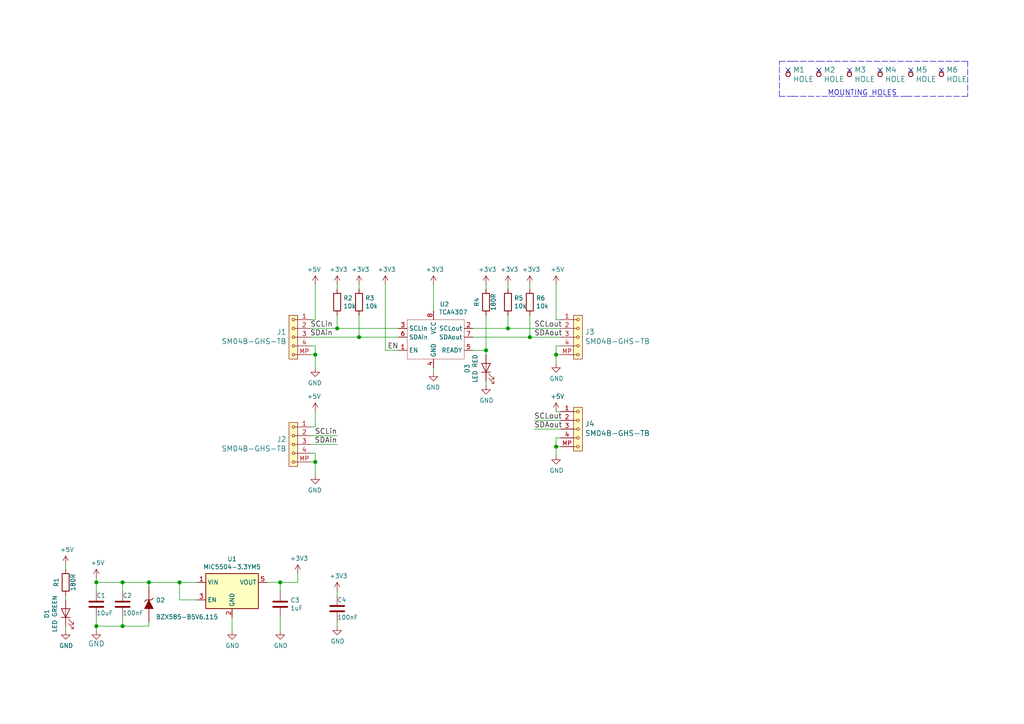
<source format=kicad_sch>
(kicad_sch (version 20210406) (generator eeschema)
  (paper "A4")
  (title_block (title "TFI2CEXT01A") (date "2021-04-05") (company "ThunderFly s.r.o.") (comment 1 "I2C expander") (comment 2 "Jacho  <info@thunderfly.cz>"))
  (lib_symbols
    (symbol "Device:C" (pin_numbers hide) (pin_names (offset 0.254))
      (property "Reference" "C" (at 0.635 2.54 0))
      (property "Value" "C" (at 0.635 -2.54 0))
      (symbol "C_0_1"
        (polyline (pts (xy -2.032 -0.762) (xy 2.032 -0.762)) (stroke (width 0.508)))
        (polyline (pts (xy -2.032 0.762) (xy 2.032 0.762)) (stroke (width 0.508)))
      )
      (symbol "C_1_1"
        (pin passive line (at 0 3.81 270) (length 2.794) (name "~") (number "1"))
        (pin passive line (at 0 -3.81 90) (length 2.794) (name "~") (number "2"))
      )
    )
    (symbol "Device:LED" (pin_numbers hide) (pin_names (offset 1.016) hide)
      (property "Reference" "D" (at 0 2.54 0))
      (property "Value" "LED" (at 0 -2.54 0))
      (symbol "LED_0_1"
        (polyline (pts (xy -1.27 -1.27) (xy -1.27 1.27)) (stroke (width 0.2032)))
        (polyline (pts (xy -1.27 0) (xy 1.27 0)))
        (polyline (pts (xy 1.27 -1.27) (xy 1.27 1.27) (xy -1.27 0) (xy 1.27 -1.27)) (stroke (width 0.2032)))
        (polyline (pts (xy -3.048 -0.762) (xy -4.572 -2.286) (xy -3.81 -2.286) (xy -4.572 -2.286) (xy -4.572 -1.524)))
        (polyline (pts (xy -1.778 -0.762) (xy -3.302 -2.286) (xy -2.54 -2.286) (xy -3.302 -2.286) (xy -3.302 -1.524)))
      )
      (symbol "LED_1_1"
        (pin passive line (at -3.81 0 0) (length 2.54) (name "K") (number "1"))
        (pin passive line (at 3.81 0 180) (length 2.54) (name "A") (number "2"))
      )
    )
    (symbol "Device:R" (pin_numbers hide) (pin_names (offset 0))
      (property "Reference" "R" (at 2.032 0 90))
      (property "Value" "R" (at 0 0 90))
      (symbol "R_0_1"
        (rectangle (start -1.016 -2.54) (end 1.016 2.54) (stroke (width 0.254)))
      )
      (symbol "R_1_1"
        (pin passive line (at 0 3.81 270) (length 1.27) (name "~") (number "1"))
        (pin passive line (at 0 -3.81 90) (length 1.27) (name "~") (number "2"))
      )
    )
    (symbol "MLAB_CONNECTORS_JST:SM04B-GHS-TB" (pin_names (offset 1.016))
      (property "Reference" "J" (at 0 -7.62 0))
      (property "Value" "SM04B-GHS-TB" (at 0 7.62 0))
      (symbol "SM04B-GHS-TB_0_1"
        (circle (center 0 -5.08) (radius 0.381))
        (circle (center 0 -2.54) (radius 0.381))
        (circle (center 0 0) (radius 0.381))
        (circle (center 0 2.54) (radius 0.381))
        (circle (center 0 5.08) (radius 0.381))
        (rectangle (start -1.27 6.35) (end 1.27 -6.35) (fill (type background)))
        (polyline (pts (xy -1.27 -5.08) (xy -0.381 -5.08)))
        (polyline (pts (xy -1.27 -2.54) (xy -0.381 -2.54)))
        (polyline (pts (xy -1.27 0) (xy -0.381 0)))
        (polyline (pts (xy -1.27 2.54) (xy -0.381 2.54)))
        (polyline (pts (xy -1.27 5.08) (xy -0.381 5.08)))
      )
      (symbol "SM04B-GHS-TB_1_1"
        (pin input line (at -5.08 5.08 0) (length 3.81) (name "~") (number "1"))
        (pin input line (at -5.08 2.54 0) (length 3.81) (name "~") (number "2"))
        (pin input line (at -5.08 0 0) (length 3.81) (name "~") (number "3"))
        (pin input line (at -5.08 -2.54 0) (length 3.81) (name "~") (number "4"))
        (pin input line (at -5.08 -5.08 0) (length 3.81) (name "~") (number "MP"))
      )
    )
    (symbol "MLAB_D:D_ZENER" (pin_numbers hide) (pin_names (offset 1.016) hide)
      (property "Reference" "D" (at 0 2.54 0))
      (property "Value" "D_ZENER" (at 0 -2.54 0))
      (symbol "D_ZENER_0_1"
        (polyline (pts (xy -1.778 1.27) (xy -1.27 0.762) (xy -1.27 -0.762) (xy -0.762 -1.27) (xy -0.762 -1.27)) (stroke (width 0.2032)))
        (polyline (pts (xy -1.27 0) (xy 1.27 1.27) (xy 1.27 -1.27) (xy -1.27 0) (xy -1.27 0)) (fill (type outline)))
      )
      (symbol "D_ZENER_1_1"
        (pin passive line (at -5.08 0 0) (length 3.81) (name "K") (number "1"))
        (pin passive line (at 5.08 0 180) (length 3.81) (name "A") (number "2"))
      )
    )
    (symbol "MLAB_IO:TCA4307"
      (property "Reference" "U" (at 3.81 6.35 0))
      (property "Value" "TCA4307" (at 6.35 -8.89 0))
      (symbol "TCA4307_0_1"
        (rectangle (start -7.62 5.08) (end 8.89 -6.35) (stroke (width 0.0006)))
      )
      (symbol "TCA4307_1_1"
        (pin unspecified line (at -10.16 -3.81 0) (length 2.54) (name "EN") (number "1"))
        (pin unspecified line (at 11.43 2.54 180) (length 2.54) (name "SCLout") (number "2"))
        (pin unspecified line (at -10.16 2.54 0) (length 2.54) (name "SCLin") (number "3"))
        (pin unspecified line (at 0 -8.89 90) (length 2.54) (name "GND") (number "4"))
        (pin unspecified line (at 11.43 -3.81 180) (length 2.54) (name "READY") (number "5"))
        (pin unspecified line (at -10.16 0 0) (length 2.54) (name "SDAin") (number "6"))
        (pin unspecified line (at 11.43 0 180) (length 2.54) (name "SDAout") (number "7"))
        (pin unspecified line (at 0 7.62 270) (length 2.54) (name "VCC") (number "8"))
      )
    )
    (symbol "MLAB_MECHANICAL:HOLE" (pin_numbers hide) (pin_names (offset 1.016) hide)
      (property "Reference" "M" (at 0 2.54 0))
      (property "Value" "HOLE" (at 0 -2.54 0))
      (symbol "HOLE_0_1"
        (circle (center 0 0) (radius 0.635) (stroke (width 0.254)))
      )
      (symbol "HOLE_1_1"
        (pin input line (at 1.27 0 180) (length 0.635) (name "~") (number "1"))
      )
    )
    (symbol "Regulator_Linear:MIC5504-3.3YM5"
      (property "Reference" "U" (at -7.62 8.89 0))
      (property "Value" "MIC5504-3.3YM5" (at -7.62 6.35 0))
      (symbol "MIC5504-3.3YM5_0_1"
        (rectangle (start -7.62 -5.08) (end 7.62 5.08) (stroke (width 0.254)) (fill (type background)))
      )
      (symbol "MIC5504-3.3YM5_1_1"
        (pin power_in line (at -10.16 2.54 0) (length 2.54) (name "VIN") (number "1"))
        (pin power_in line (at 0 -7.62 90) (length 2.54) (name "GND") (number "2"))
        (pin input line (at -10.16 -2.54 0) (length 2.54) (name "EN") (number "3"))
        (pin no_connect line (at 7.62 -2.54 180) (length 2.54) hide (name "NC") (number "4"))
        (pin power_out line (at 10.16 2.54 180) (length 2.54) (name "VOUT") (number "5"))
      )
    )
    (symbol "power:+3V3" (power) (pin_names (offset 0))
      (property "Value" "+3V3" (at 0 3.556 0))
      (symbol "+3V3_0_1"
        (polyline (pts (xy -0.762 1.27) (xy 0 2.54)))
        (polyline (pts (xy 0 0) (xy 0 2.54)))
        (polyline (pts (xy 0 2.54) (xy 0.762 1.27)))
      )
      (symbol "+3V3_1_1"
        (pin power_in line (at 0 0 90) (length 0) hide (name "+3V3") (number "1"))
      )
    )
    (symbol "power:+5V" (power) (pin_names (offset 0))
      (property "Value" "+5V" (at 0 3.556 0))
      (symbol "+5V_0_1"
        (polyline (pts (xy -0.762 1.27) (xy 0 2.54)))
        (polyline (pts (xy 0 0) (xy 0 2.54)))
        (polyline (pts (xy 0 2.54) (xy 0.762 1.27)))
      )
      (symbol "+5V_1_1"
        (pin power_in line (at 0 0 90) (length 0) hide (name "+5V") (number "1"))
      )
    )
    (symbol "power:GND" (power) (pin_names (offset 0))
      (property "Value" "GND" (at 0 -3.81 0))
      (symbol "GND_0_1"
        (polyline (pts (xy 0 0) (xy 0 -1.27) (xy 1.27 -1.27) (xy 0 -2.54) (xy -1.27 -1.27) (xy 0 -1.27)))
      )
      (symbol "GND_1_1"
        (pin power_in line (at 0 0 270) (length 0) hide (name "GND") (number "1"))
      )
    )
  )
  (junction (at 27.94 168.91) (diameter 1.016))
  (junction (at 27.94 181.61) (diameter 1.016))
  (junction (at 35.56 168.91) (diameter 1.016))
  (junction (at 35.56 181.61) (diameter 1.016))
  (junction (at 43.18 168.91) (diameter 1.016))
  (junction (at 52.07 168.91) (diameter 1.016))
  (junction (at 81.28 168.91) (diameter 1.016))
  (junction (at 91.44 102.87) (diameter 1.016))
  (junction (at 91.44 133.985) (diameter 1.016))
  (junction (at 97.79 95.25) (diameter 1.016))
  (junction (at 104.14 97.79) (diameter 1.016))
  (junction (at 140.97 101.6) (diameter 1.016))
  (junction (at 147.32 95.25) (diameter 1.016))
  (junction (at 153.67 97.79) (diameter 1.016))
  (junction (at 161.29 102.87) (diameter 1.016))
  (junction (at 161.29 129.54) (diameter 1.016))
  (no_connect (at 228.6 20.32))
  (no_connect (at 237.49 20.32))
  (no_connect (at 246.38 20.32))
  (no_connect (at 255.27 20.32))
  (no_connect (at 264.16 20.32))
  (no_connect (at 273.05 20.32))
  (wire (pts (xy 19.05 163.83) (xy 19.05 165.1)))
  (wire (pts (xy 19.05 172.72) (xy 19.05 173.99)))
  (wire (pts (xy 19.05 181.61) (xy 19.05 182.88)))
  (wire (pts (xy 27.94 167.64) (xy 27.94 168.91)))
  (wire (pts (xy 27.94 168.91) (xy 35.56 168.91)))
  (wire (pts (xy 27.94 171.45) (xy 27.94 168.91)))
  (wire (pts (xy 27.94 179.07) (xy 27.94 181.61)))
  (wire (pts (xy 27.94 181.61) (xy 27.94 182.88)))
  (wire (pts (xy 27.94 181.61) (xy 35.56 181.61)))
  (wire (pts (xy 35.56 168.91) (xy 43.18 168.91)))
  (wire (pts (xy 35.56 171.45) (xy 35.56 168.91)))
  (wire (pts (xy 35.56 179.07) (xy 35.56 181.61)))
  (wire (pts (xy 35.56 181.61) (xy 43.18 181.61)))
  (wire (pts (xy 43.18 168.91) (xy 52.07 168.91)))
  (wire (pts (xy 43.18 170.18) (xy 43.18 168.91)))
  (wire (pts (xy 43.18 180.34) (xy 43.18 181.61)))
  (wire (pts (xy 52.07 173.99) (xy 52.07 168.91)))
  (wire (pts (xy 57.15 168.91) (xy 52.07 168.91)))
  (wire (pts (xy 57.15 173.99) (xy 52.07 173.99)))
  (wire (pts (xy 67.31 179.07) (xy 67.31 182.88)))
  (wire (pts (xy 77.47 168.91) (xy 81.28 168.91)))
  (wire (pts (xy 81.28 168.91) (xy 81.28 171.45)))
  (wire (pts (xy 81.28 168.91) (xy 86.36 168.91)))
  (wire (pts (xy 81.28 179.07) (xy 81.28 182.88)))
  (wire (pts (xy 86.36 168.91) (xy 86.36 166.37)))
  (wire (pts (xy 90.17 95.25) (xy 97.79 95.25)))
  (wire (pts (xy 90.17 97.79) (xy 104.14 97.79)))
  (wire (pts (xy 90.17 100.33) (xy 91.44 100.33)))
  (wire (pts (xy 90.17 102.87) (xy 91.44 102.87)))
  (wire (pts (xy 90.17 126.365) (xy 97.79 126.365)))
  (wire (pts (xy 90.17 128.905) (xy 97.79 128.905)))
  (wire (pts (xy 90.17 131.445) (xy 91.44 131.445)))
  (wire (pts (xy 90.17 133.985) (xy 91.44 133.985)))
  (wire (pts (xy 91.44 82.55) (xy 91.44 92.71)))
  (wire (pts (xy 91.44 92.71) (xy 90.17 92.71)))
  (wire (pts (xy 91.44 100.33) (xy 91.44 102.87)))
  (wire (pts (xy 91.44 102.87) (xy 91.44 106.68)))
  (wire (pts (xy 91.44 119.38) (xy 91.44 123.825)))
  (wire (pts (xy 91.44 123.825) (xy 90.17 123.825)))
  (wire (pts (xy 91.44 131.445) (xy 91.44 133.985)))
  (wire (pts (xy 91.44 133.985) (xy 91.44 137.795)))
  (wire (pts (xy 97.79 82.55) (xy 97.79 83.82)))
  (wire (pts (xy 97.79 91.44) (xy 97.79 95.25)))
  (wire (pts (xy 97.79 95.25) (xy 115.57 95.25)))
  (wire (pts (xy 97.79 171.45) (xy 97.79 172.72)))
  (wire (pts (xy 97.79 180.34) (xy 97.79 181.61)))
  (wire (pts (xy 104.14 82.55) (xy 104.14 83.82)))
  (wire (pts (xy 104.14 91.44) (xy 104.14 97.79)))
  (wire (pts (xy 104.14 97.79) (xy 115.57 97.79)))
  (wire (pts (xy 111.76 101.6) (xy 111.76 82.55)))
  (wire (pts (xy 115.57 101.6) (xy 111.76 101.6)))
  (wire (pts (xy 125.73 82.55) (xy 125.73 90.17)))
  (wire (pts (xy 125.73 106.68) (xy 125.73 107.95)))
  (wire (pts (xy 137.16 95.25) (xy 147.32 95.25)))
  (wire (pts (xy 137.16 97.79) (xy 153.67 97.79)))
  (wire (pts (xy 137.16 101.6) (xy 140.97 101.6)))
  (wire (pts (xy 140.97 82.55) (xy 140.97 83.82)))
  (wire (pts (xy 140.97 91.44) (xy 140.97 101.6)))
  (wire (pts (xy 140.97 101.6) (xy 140.97 102.87)))
  (wire (pts (xy 140.97 110.49) (xy 140.97 111.76)))
  (wire (pts (xy 147.32 82.55) (xy 147.32 83.82)))
  (wire (pts (xy 147.32 91.44) (xy 147.32 95.25)))
  (wire (pts (xy 147.32 95.25) (xy 162.56 95.25)))
  (wire (pts (xy 153.67 82.55) (xy 153.67 83.82)))
  (wire (pts (xy 153.67 91.44) (xy 153.67 97.79)))
  (wire (pts (xy 153.67 97.79) (xy 162.56 97.79)))
  (wire (pts (xy 154.94 121.92) (xy 162.56 121.92)))
  (wire (pts (xy 154.94 124.46) (xy 162.56 124.46)))
  (wire (pts (xy 161.29 82.55) (xy 161.29 92.71)))
  (wire (pts (xy 161.29 92.71) (xy 162.56 92.71)))
  (wire (pts (xy 161.29 100.33) (xy 161.29 102.87)))
  (wire (pts (xy 161.29 102.87) (xy 161.29 105.41)))
  (wire (pts (xy 161.29 119.38) (xy 162.56 119.38)))
  (wire (pts (xy 161.29 127) (xy 161.29 129.54)))
  (wire (pts (xy 161.29 129.54) (xy 161.29 132.08)))
  (wire (pts (xy 162.56 100.33) (xy 161.29 100.33)))
  (wire (pts (xy 162.56 102.87) (xy 161.29 102.87)))
  (wire (pts (xy 162.56 127) (xy 161.29 127)))
  (wire (pts (xy 162.56 129.54) (xy 161.29 129.54)))
  (polyline (pts (xy 226.06 17.78) (xy 229.87 17.78)) (stroke (width 0) (type dash)))
  (polyline (pts (xy 226.06 27.94) (xy 226.06 17.78)) (stroke (width 0) (type dash)))
  (polyline (pts (xy 226.06 27.94) (xy 229.87 27.94)) (stroke (width 0) (type dash)))
  (polyline (pts (xy 229.87 17.78) (xy 237.49 17.78)) (stroke (width 0) (type dash)))
  (polyline (pts (xy 229.87 27.94) (xy 237.49 27.94)) (stroke (width 0) (type dash)))
  (polyline (pts (xy 237.49 17.78) (xy 262.89 17.78)) (stroke (width 0) (type dash)))
  (polyline (pts (xy 262.89 17.78) (xy 280.67 17.78)) (stroke (width 0) (type dash)))
  (polyline (pts (xy 262.89 27.94) (xy 237.49 27.94)) (stroke (width 0) (type dash)))
  (polyline (pts (xy 262.89 27.94) (xy 280.67 27.94)) (stroke (width 0) (type dash)))
  (polyline (pts (xy 280.67 17.78) (xy 280.67 27.94)) (stroke (width 0) (type dash)))
  (text "MOUNTING HOLES" (at 240.03 27.94 0) (effects (font (size 1.524 1.524)) (justify left bottom)))
  (label "SCLin" (at 96.52 95.25 180) (effects (font (size 1.524 1.524))))
  (label "SDAin" (at 96.52 97.79 180) (effects (font (size 1.524 1.524))))
  (label "SCLin" (at 97.79 126.365 180) (effects (font (size 1.524 1.524))))
  (label "SDAin" (at 97.79 128.905 180) (effects (font (size 1.524 1.524))))
  (label "EN" (at 115.57 101.6 180) (effects (font (size 1.524 1.524))))
  (label "SCLout" (at 154.94 95.25 0) (effects (font (size 1.524 1.524))))
  (label "SDAout" (at 154.94 97.79 0) (effects (font (size 1.524 1.524))))
  (label "SCLout" (at 154.94 121.92 0) (effects (font (size 1.524 1.524))))
  (label "SDAout" (at 154.94 124.46 0) (effects (font (size 1.524 1.524))))
  (symbol (lib_id "MLAB_MECHANICAL:HOLE") (at 228.6 21.59 90) (unit 1)
    (property "Reference" "M1" (at 229.9971 20.2579 90) (effects (font (size 1.524 1.524)) (justify right)))
    (property "Value" "HOLE" (at 229.9971 22.9655 90) (effects (font (size 1.524 1.524)) (justify right)))
    (property "Footprint" "Mlab_Mechanical:dira_3mm" (effects hide))
  )
  (symbol (lib_id "MLAB_MECHANICAL:HOLE") (at 237.49 21.59 90) (unit 1)
    (property "Reference" "M2" (at 238.8871 20.2579 90) (effects (font (size 1.524 1.524)) (justify right)))
    (property "Value" "HOLE" (at 238.8871 22.9655 90) (effects (font (size 1.524 1.524)) (justify right)))
    (property "Footprint" "Mlab_Mechanical:dira_3mm" (effects hide))
  )
  (symbol (lib_id "MLAB_MECHANICAL:HOLE") (at 246.38 21.59 90) (unit 1)
    (property "Reference" "M3" (at 247.7771 20.2579 90) (effects (font (size 1.524 1.524)) (justify right)))
    (property "Value" "HOLE" (at 247.7771 22.9655 90) (effects (font (size 1.524 1.524)) (justify right)))
    (property "Footprint" "Mlab_Mechanical:dira_3mm" (effects hide))
  )
  (symbol (lib_id "MLAB_MECHANICAL:HOLE") (at 255.27 21.59 90) (unit 1)
    (property "Reference" "M4" (at 256.6671 20.2579 90) (effects (font (size 1.524 1.524)) (justify right)))
    (property "Value" "HOLE" (at 256.6671 22.9655 90) (effects (font (size 1.524 1.524)) (justify right)))
    (property "Footprint" "Mlab_Mechanical:dira_3mm" (effects hide))
  )
  (symbol (lib_id "MLAB_MECHANICAL:HOLE") (at 264.16 21.59 90) (unit 1)
    (property "Reference" "M5" (at 265.5571 20.2579 90) (effects (font (size 1.524 1.524)) (justify right)))
    (property "Value" "HOLE" (at 265.5571 22.9655 90) (effects (font (size 1.524 1.524)) (justify right)))
    (property "Footprint" "Mlab_Mechanical:dira_3mm" (effects hide))
  )
  (symbol (lib_id "MLAB_MECHANICAL:HOLE") (at 273.05 21.59 90) (unit 1)
    (property "Reference" "M6" (at 274.4471 20.2579 90) (effects (font (size 1.524 1.524)) (justify right)))
    (property "Value" "HOLE" (at 274.4471 22.9655 90) (effects (font (size 1.524 1.524)) (justify right)))
    (property "Footprint" "Mlab_Mechanical:dira_3mm" (effects hide))
  )
  (symbol (lib_id "power:+5V") (at 19.05 163.83 0) (unit 1)
    (property "Reference" "#PWR01" (effects hide))
    (property "Value" "+5V" (at 19.431 159.4358 0))
  )
  (symbol (lib_id "power:+5V") (at 27.94 167.64 0) (unit 1)
    (property "Reference" "#PWR03" (effects hide))
    (property "Value" "+5V" (at 28.321 163.2458 0))
  )
  (symbol (lib_id "power:+3V3") (at 86.36 166.37 0) (unit 1)
    (property "Reference" "#PWR07" (effects hide))
    (property "Value" "+3V3" (at 86.741 161.9758 0))
  )
  (symbol (lib_id "power:+5V") (at 91.44 82.55 0) (mirror y) (unit 1)
    (property "Reference" "#PWR08" (effects hide))
    (property "Value" "+5V" (at 91.059 78.1558 0))
  )
  (symbol (lib_id "power:+5V") (at 91.44 119.38 0) (mirror y) (unit 1)
    (property "Reference" "#PWR010" (effects hide))
    (property "Value" "+5V" (at 91.059 114.9858 0))
  )
  (symbol (lib_id "power:+3V3") (at 97.79 82.55 0) (unit 1)
    (property "Reference" "#PWR012" (effects hide))
    (property "Value" "+3V3" (at 98.171 78.1558 0))
  )
  (symbol (lib_id "power:+3V3") (at 97.79 171.45 0) (unit 1)
    (property "Reference" "#PWR013" (effects hide))
    (property "Value" "+3V3" (at 98.171 167.0558 0))
  )
  (symbol (lib_id "power:+3V3") (at 104.14 82.55 0) (unit 1)
    (property "Reference" "#PWR015" (effects hide))
    (property "Value" "+3V3" (at 104.521 78.1558 0))
  )
  (symbol (lib_id "power:+3V3") (at 111.76 82.55 0) (unit 1)
    (property "Reference" "#PWR016" (effects hide))
    (property "Value" "+3V3" (at 112.141 78.1558 0))
  )
  (symbol (lib_id "power:+3V3") (at 125.73 82.55 0) (unit 1)
    (property "Reference" "#PWR017" (effects hide))
    (property "Value" "+3V3" (at 126.111 78.1558 0))
  )
  (symbol (lib_id "power:+3V3") (at 140.97 82.55 0) (unit 1)
    (property "Reference" "#PWR019" (effects hide))
    (property "Value" "+3V3" (at 141.351 78.1558 0))
  )
  (symbol (lib_id "power:+3V3") (at 147.32 82.55 0) (unit 1)
    (property "Reference" "#PWR021" (effects hide))
    (property "Value" "+3V3" (at 147.701 78.1558 0))
  )
  (symbol (lib_id "power:+3V3") (at 153.67 82.55 0) (unit 1)
    (property "Reference" "#PWR022" (effects hide))
    (property "Value" "+3V3" (at 154.051 78.1558 0))
  )
  (symbol (lib_id "power:+5V") (at 161.29 82.55 0) (unit 1)
    (property "Reference" "#PWR023" (effects hide))
    (property "Value" "+5V" (at 161.671 78.1558 0))
  )
  (symbol (lib_id "power:+5V") (at 161.29 119.38 0) (unit 1)
    (property "Reference" "#PWR025" (effects hide))
    (property "Value" "+5V" (at 161.671 114.9858 0))
  )
  (symbol (lib_id "power:GND") (at 19.05 182.88 0) (unit 1)
    (property "Reference" "#PWR02" (effects hide))
    (property "Value" "GND" (at 19.177 187.2742 0))
  )
  (symbol (lib_id "power:GND") (at 27.94 182.88 0) (unit 1)
    (property "Reference" "#PWR04" (effects hide))
    (property "Value" "GND" (at 27.94 186.69 0) (effects (font (size 1.524 1.524))))
  )
  (symbol (lib_id "power:GND") (at 67.31 182.88 0) (unit 1)
    (property "Reference" "#PWR05" (effects hide))
    (property "Value" "GND" (at 67.437 187.2742 0))
  )
  (symbol (lib_id "power:GND") (at 81.28 182.88 0) (unit 1)
    (property "Reference" "#PWR06" (effects hide))
    (property "Value" "GND" (at 81.407 187.2742 0))
  )
  (symbol (lib_id "power:GND") (at 91.44 106.68 0) (mirror y) (unit 1)
    (property "Reference" "#PWR09" (effects hide))
    (property "Value" "GND" (at 91.313 111.0742 0))
  )
  (symbol (lib_id "power:GND") (at 91.44 137.795 0) (mirror y) (unit 1)
    (property "Reference" "#PWR011" (effects hide))
    (property "Value" "GND" (at 91.313 142.1892 0))
  )
  (symbol (lib_id "power:GND") (at 97.79 181.61 0) (unit 1)
    (property "Reference" "#PWR014" (effects hide))
    (property "Value" "GND" (at 97.917 186.0042 0))
  )
  (symbol (lib_id "power:GND") (at 125.73 107.95 0) (mirror y) (unit 1)
    (property "Reference" "#PWR018" (effects hide))
    (property "Value" "GND" (at 125.603 112.3442 0))
  )
  (symbol (lib_id "power:GND") (at 140.97 111.76 0) (unit 1)
    (property "Reference" "#PWR020" (effects hide))
    (property "Value" "GND" (at 141.097 116.1542 0))
  )
  (symbol (lib_id "power:GND") (at 161.29 105.41 0) (unit 1)
    (property "Reference" "#PWR024" (effects hide))
    (property "Value" "GND" (at 161.417 109.8042 0))
  )
  (symbol (lib_id "power:GND") (at 161.29 132.08 0) (unit 1)
    (property "Reference" "#PWR026" (effects hide))
    (property "Value" "GND" (at 161.417 136.4742 0))
  )
  (symbol (lib_id "Device:R") (at 19.05 168.91 0) (unit 1)
    (property "Reference" "R1" (at 16.3322 168.91 90))
    (property "Value" "180R" (at 21.184 168.91 90))
    (property "Footprint" "Mlab_R:SMD-0603" (effects hide))
  )
  (symbol (lib_id "Device:R") (at 97.79 87.63 0) (unit 1)
    (property "Reference" "R2" (at 99.568 86.462 0) (effects (justify left)))
    (property "Value" "10k" (at 99.568 88.773 0) (effects (justify left)))
    (property "Footprint" "Mlab_R:SMD-0603" (effects hide))
    (property "UST_ID" "5c70984612875079b91f899f" (effects hide))
  )
  (symbol (lib_id "Device:R") (at 104.14 87.63 0) (unit 1)
    (property "Reference" "R3" (at 105.918 86.4616 0) (effects (justify left)))
    (property "Value" "10k" (at 105.918 88.773 0) (effects (justify left)))
    (property "Footprint" "Mlab_R:SMD-0603" (effects hide))
    (property "UST_ID" "5c70984612875079b91f899f" (effects hide))
  )
  (symbol (lib_id "Device:R") (at 140.97 87.63 0) (unit 1)
    (property "Reference" "R4" (at 138.2522 87.63 90))
    (property "Value" "180R" (at 143.104 87.63 90))
    (property "Footprint" "Mlab_R:SMD-0603" (effects hide))
  )
  (symbol (lib_id "Device:R") (at 147.32 87.63 0) (unit 1)
    (property "Reference" "R5" (at 149.098 86.462 0) (effects (justify left)))
    (property "Value" "10k" (at 149.098 88.773 0) (effects (justify left)))
    (property "Footprint" "Mlab_R:SMD-0603" (effects hide))
    (property "UST_ID" "5c70984612875079b91f899f" (effects hide))
  )
  (symbol (lib_id "Device:R") (at 153.67 87.63 0) (unit 1)
    (property "Reference" "R6" (at 155.448 86.4616 0) (effects (justify left)))
    (property "Value" "10k" (at 155.448 88.773 0) (effects (justify left)))
    (property "Footprint" "Mlab_R:SMD-0603" (effects hide))
    (property "UST_ID" "5c70984612875079b91f899f" (effects hide))
  )
  (symbol (lib_id "MLAB_D:D_ZENER") (at 43.18 175.26 270) (unit 1)
    (property "Reference" "D2" (at 45.1866 174.0916 90) (effects (justify left)))
    (property "Value" "BZX585-B5V6.115" (at 45.187 178.943 90) (effects (justify left)))
    (property "Footprint" "Diode_SMD:D_SOD-523" (effects hide))
    (property "UST_ID" "604b0326128750769e5b0f93" (effects hide))
  )
  (symbol (lib_id "Device:LED") (at 19.05 177.8 90) (unit 1)
    (property "Reference" "D1" (at 13.5636 178.0286 0))
    (property "Value" "LED GREEN" (at 15.875 178.029 0))
    (property "Footprint" "Mlab_D:LED_1206" (effects hide))
  )
  (symbol (lib_id "Device:LED") (at 140.97 106.68 90) (unit 1)
    (property "Reference" "D3" (at 135.4836 106.9086 0))
    (property "Value" "LED RED" (at 137.795 106.9086 0))
    (property "Footprint" "Mlab_D:LED_1206" (effects hide))
    (property "UST_ID" "5c70984412875079b91f8896" (effects hide))
  )
  (symbol (lib_id "Device:C") (at 27.94 175.26 0) (unit 1)
    (property "Reference" "C1" (at 27.94 172.72 0) (effects (justify left)))
    (property "Value" "10uF" (at 27.94 177.8 0) (effects (justify left)))
    (property "Footprint" "Mlab_R:SMD-0805" (effects hide))
    (property "UST_ID" "5c70984812875079b91f8bbd" (effects hide))
  )
  (symbol (lib_id "Device:C") (at 35.56 175.26 0) (unit 1)
    (property "Reference" "C2" (at 35.56 172.72 0) (effects (justify left)))
    (property "Value" "100nF" (at 35.56 177.8 0) (effects (justify left)))
    (property "Footprint" "Mlab_R:SMD-0603" (effects hide))
    (property "UST_ID" "5c70984812875079b91f8bf2" (effects hide))
  )
  (symbol (lib_id "Device:C") (at 81.28 175.26 0) (unit 1)
    (property "Reference" "C3" (at 84.201 174.0916 0) (effects (justify left)))
    (property "Value" "1uF" (at 84.201 176.403 0) (effects (justify left)))
    (property "Footprint" "Mlab_R:SMD-0603" (effects hide))
    (property "UST_ID" "5c70984812875079b91f8bc2" (effects hide))
  )
  (symbol (lib_id "Device:C") (at 97.79 176.53 0) (unit 1)
    (property "Reference" "C4" (at 97.79 173.99 0) (effects (justify left)))
    (property "Value" "100nF" (at 97.79 179.07 0) (effects (justify left)))
    (property "Footprint" "Mlab_R:SMD-0603" (effects hide))
    (property "UST_ID" "5c70984812875079b91f8bf2" (effects hide))
  )
  (symbol (lib_id "MLAB_CONNECTORS_JST:SM04B-GHS-TB") (at 85.09 97.79 0) (mirror y) (unit 1)
    (property "Reference" "J1" (at 83.1088 96.2914 0) (effects (font (size 1.524 1.524)) (justify left)))
    (property "Value" "SM04B-GHS-TB" (at 83.1088 99.0092 0) (effects (font (size 1.524 1.524)) (justify left)))
    (property "Footprint" "Connector_JST:JST_GH_SM04B-GHS-TB_1x04-1MP_P1.25mm_Horizontal" (effects hide))
    (property "UST_ID" "5c86273d1287500b4e0280be" (effects hide))
  )
  (symbol (lib_id "MLAB_CONNECTORS_JST:SM04B-GHS-TB") (at 85.09 128.905 0) (mirror y) (unit 1)
    (property "Reference" "J2" (at 83.1088 127.4064 0) (effects (font (size 1.524 1.524)) (justify left)))
    (property "Value" "SM04B-GHS-TB" (at 83.1088 130.1242 0) (effects (font (size 1.524 1.524)) (justify left)))
    (property "Footprint" "Connector_JST:JST_GH_SM04B-GHS-TB_1x04-1MP_P1.25mm_Horizontal" (effects hide))
    (property "UST_ID" "5c86273d1287500b4e0280be" (effects hide))
  )
  (symbol (lib_id "MLAB_CONNECTORS_JST:SM04B-GHS-TB") (at 167.64 97.79 0) (unit 1)
    (property "Reference" "J3" (at 169.6212 96.2914 0) (effects (font (size 1.524 1.524)) (justify left)))
    (property "Value" "SM04B-GHS-TB" (at 169.6212 99.0092 0) (effects (font (size 1.524 1.524)) (justify left)))
    (property "Footprint" "Connector_JST:JST_GH_SM04B-GHS-TB_1x04-1MP_P1.25mm_Horizontal" (effects hide))
    (property "UST_ID" "5c86273d1287500b4e0280be" (effects hide))
  )
  (symbol (lib_id "MLAB_CONNECTORS_JST:SM04B-GHS-TB") (at 167.64 124.46 0) (unit 1)
    (property "Reference" "J4" (at 169.6212 122.9614 0) (effects (font (size 1.524 1.524)) (justify left)))
    (property "Value" "SM04B-GHS-TB" (at 169.6212 125.6792 0) (effects (font (size 1.524 1.524)) (justify left)))
    (property "Footprint" "Connector_JST:JST_GH_SM04B-GHS-TB_1x04-1MP_P1.25mm_Horizontal" (effects hide))
    (property "UST_ID" "5c86273d1287500b4e0280be" (effects hide))
  )
  (symbol (lib_id "Regulator_Linear:MIC5504-3.3YM5") (at 67.31 171.45 0) (unit 1)
    (property "Reference" "U1" (at 67.31 162.1282 0))
    (property "Value" "MIC5504-3.3YM5" (at 67.31 164.4396 0))
    (property "Footprint" "Package_TO_SOT_SMD:SOT-23-5" (effects hide))
    (property "Datasheet" "http://ww1.microchip.com/downloads/en/DeviceDoc/MIC550X.pdf" (effects hide))
    (property "UST_ID" "5c7255e81287500b4e112ea2" (effects hide))
  )
  (symbol (lib_id "MLAB_IO:TCA4307") (at 125.73 97.79 0) (unit 1)
    (property "Reference" "U2" (at 128.905 88.2458 0))
    (property "Value" "TCA4307" (at 131.445 90.5445 0))
    (property "Footprint" "Package_SO:VSSOP-8_3.0x3.0mm_P0.65mm" (effects hide))
    (property "Datasheet" "https://www.ti.com/lit/ds/symlink/tca4307.pdf?ts=1617607418171&ref_url=https%253A%252F%252Fwww.ti.com%252Fproduct%252FTCA4307" (effects hide))
  )
)
</source>
